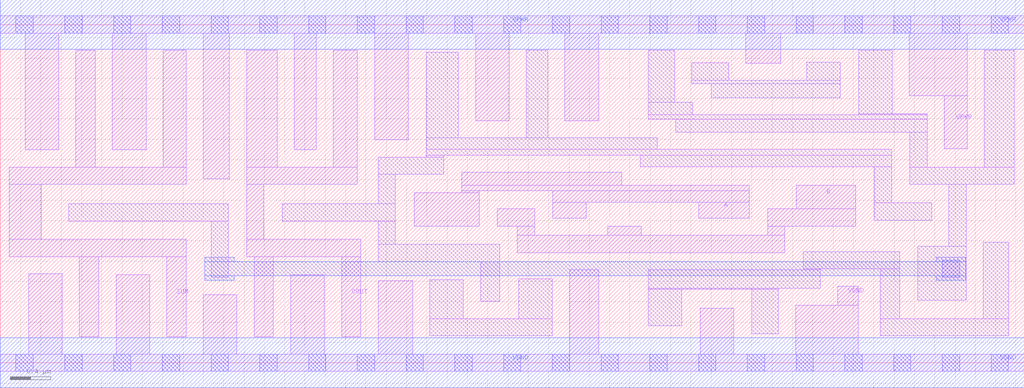
<source format=lef>
# Copyright 2020 The SkyWater PDK Authors
#
# Licensed under the Apache License, Version 2.0 (the "License");
# you may not use this file except in compliance with the License.
# You may obtain a copy of the License at
#
#     https://www.apache.org/licenses/LICENSE-2.0
#
# Unless required by applicable law or agreed to in writing, software
# distributed under the License is distributed on an "AS IS" BASIS,
# WITHOUT WARRANTIES OR CONDITIONS OF ANY KIND, either express or implied.
# See the License for the specific language governing permissions and
# limitations under the License.
#
# SPDX-License-Identifier: Apache-2.0

VERSION 5.7 ;
  NAMESCASESENSITIVE ON ;
  NOWIREEXTENSIONATPIN ON ;
  DIVIDERCHAR "/" ;
  BUSBITCHARS "[]" ;
UNITS
  DATABASE MICRONS 200 ;
END UNITS
MACRO sky130_fd_sc_lp__ha_4
  CLASS CORE ;
  SOURCE USER ;
  FOREIGN sky130_fd_sc_lp__ha_4 ;
  ORIGIN  0.000000  0.000000 ;
  SIZE  10.08000 BY  3.330000 ;
  SYMMETRY X Y R90 ;
  SITE unit ;
  PIN A
    ANTENNAGATEAREA  1.260000 ;
    DIRECTION INPUT ;
    USE SIGNAL ;
    PORT
      LAYER li1 ;
        RECT 4.075000 1.345000 4.715000 1.675000 ;
        RECT 4.545000 1.675000 4.715000 1.695000 ;
        RECT 4.545000 1.695000 7.375000 1.750000 ;
        RECT 4.545000 1.750000 6.120000 1.875000 ;
        RECT 5.440000 1.425000 5.770000 1.580000 ;
        RECT 5.440000 1.580000 7.375000 1.695000 ;
        RECT 6.875000 1.425000 7.375000 1.580000 ;
    END
  END A
  PIN B
    ANTENNAGATEAREA  1.260000 ;
    DIRECTION INPUT ;
    USE SIGNAL ;
    PORT
      LAYER li1 ;
        RECT 4.895000 1.345000 5.260000 1.515000 ;
        RECT 5.090000 1.085000 7.725000 1.255000 ;
        RECT 5.090000 1.255000 5.260000 1.345000 ;
        RECT 5.980000 1.255000 6.310000 1.345000 ;
        RECT 7.555000 1.255000 7.725000 1.345000 ;
        RECT 7.555000 1.345000 8.425000 1.515000 ;
        RECT 7.835000 1.515000 8.425000 1.750000 ;
    END
  END B
  PIN COUT
    ANTENNADIFFAREA  1.176000 ;
    DIRECTION OUTPUT ;
    USE SIGNAL ;
    PORT
      LAYER li1 ;
        RECT 2.425000 1.045000 3.550000 1.215000 ;
        RECT 2.425000 1.215000 2.595000 1.755000 ;
        RECT 2.425000 1.755000 3.515000 1.925000 ;
        RECT 2.425000 1.925000 2.725000 3.075000 ;
        RECT 2.500000 0.255000 2.690000 1.045000 ;
        RECT 3.280000 1.925000 3.515000 3.075000 ;
        RECT 3.360000 0.255000 3.550000 1.045000 ;
    END
  END COUT
  PIN SUM
    ANTENNADIFFAREA  1.176000 ;
    DIRECTION OUTPUT ;
    USE SIGNAL ;
    PORT
      LAYER li1 ;
        RECT 0.090000 1.045000 1.830000 1.215000 ;
        RECT 0.090000 1.215000 0.405000 1.755000 ;
        RECT 0.090000 1.755000 1.830000 1.925000 ;
        RECT 0.745000 1.925000 0.935000 3.075000 ;
        RECT 0.780000 0.255000 0.970000 1.045000 ;
        RECT 1.605000 1.925000 1.830000 3.075000 ;
        RECT 1.640000 0.255000 1.830000 1.045000 ;
    END
  END SUM
  PIN VGND
    DIRECTION INOUT ;
    USE GROUND ;
    PORT
      LAYER li1 ;
        RECT 0.000000 -0.085000 10.080000 0.085000 ;
        RECT 0.280000  0.085000  0.610000 0.875000 ;
        RECT 1.140000  0.085000  1.470000 0.865000 ;
        RECT 2.000000  0.085000  2.330000 0.670000 ;
        RECT 2.860000  0.085000  3.190000 0.865000 ;
        RECT 3.720000  0.085000  4.060000 0.805000 ;
        RECT 5.605000  0.085000  5.890000 0.915000 ;
        RECT 6.890000  0.085000  7.220000 0.535000 ;
        RECT 7.830000  0.085000  8.445000 0.565000 ;
        RECT 8.245000  0.565000  8.445000 0.755000 ;
      LAYER mcon ;
        RECT 0.155000 -0.085000 0.325000 0.085000 ;
        RECT 0.635000 -0.085000 0.805000 0.085000 ;
        RECT 1.115000 -0.085000 1.285000 0.085000 ;
        RECT 1.595000 -0.085000 1.765000 0.085000 ;
        RECT 2.075000 -0.085000 2.245000 0.085000 ;
        RECT 2.555000 -0.085000 2.725000 0.085000 ;
        RECT 3.035000 -0.085000 3.205000 0.085000 ;
        RECT 3.515000 -0.085000 3.685000 0.085000 ;
        RECT 3.995000 -0.085000 4.165000 0.085000 ;
        RECT 4.475000 -0.085000 4.645000 0.085000 ;
        RECT 4.955000 -0.085000 5.125000 0.085000 ;
        RECT 5.435000 -0.085000 5.605000 0.085000 ;
        RECT 5.915000 -0.085000 6.085000 0.085000 ;
        RECT 6.395000 -0.085000 6.565000 0.085000 ;
        RECT 6.875000 -0.085000 7.045000 0.085000 ;
        RECT 7.355000 -0.085000 7.525000 0.085000 ;
        RECT 7.835000 -0.085000 8.005000 0.085000 ;
        RECT 8.315000 -0.085000 8.485000 0.085000 ;
        RECT 8.795000 -0.085000 8.965000 0.085000 ;
        RECT 9.275000 -0.085000 9.445000 0.085000 ;
        RECT 9.755000 -0.085000 9.925000 0.085000 ;
      LAYER met1 ;
        RECT 0.000000 -0.245000 10.080000 0.245000 ;
    END
  END VGND
  PIN VPWR
    DIRECTION INOUT ;
    USE POWER ;
    PORT
      LAYER li1 ;
        RECT 0.000000 3.245000 10.080000 3.415000 ;
        RECT 0.245000 2.095000  0.575000 3.245000 ;
        RECT 1.105000 2.095000  1.435000 3.245000 ;
        RECT 2.000000 1.810000  2.255000 3.245000 ;
        RECT 2.895000 2.095000  3.110000 3.245000 ;
        RECT 3.685000 2.195000  4.015000 3.245000 ;
        RECT 4.680000 2.385000  5.010000 3.245000 ;
        RECT 5.560000 2.385000  5.890000 3.245000 ;
        RECT 7.340000 2.950000  7.685000 3.245000 ;
        RECT 8.950000 2.630000  9.520000 3.245000 ;
        RECT 9.295000 2.105000  9.520000 2.630000 ;
      LAYER mcon ;
        RECT 0.155000 3.245000 0.325000 3.415000 ;
        RECT 0.635000 3.245000 0.805000 3.415000 ;
        RECT 1.115000 3.245000 1.285000 3.415000 ;
        RECT 1.595000 3.245000 1.765000 3.415000 ;
        RECT 2.075000 3.245000 2.245000 3.415000 ;
        RECT 2.555000 3.245000 2.725000 3.415000 ;
        RECT 3.035000 3.245000 3.205000 3.415000 ;
        RECT 3.515000 3.245000 3.685000 3.415000 ;
        RECT 3.995000 3.245000 4.165000 3.415000 ;
        RECT 4.475000 3.245000 4.645000 3.415000 ;
        RECT 4.955000 3.245000 5.125000 3.415000 ;
        RECT 5.435000 3.245000 5.605000 3.415000 ;
        RECT 5.915000 3.245000 6.085000 3.415000 ;
        RECT 6.395000 3.245000 6.565000 3.415000 ;
        RECT 6.875000 3.245000 7.045000 3.415000 ;
        RECT 7.355000 3.245000 7.525000 3.415000 ;
        RECT 7.835000 3.245000 8.005000 3.415000 ;
        RECT 8.315000 3.245000 8.485000 3.415000 ;
        RECT 8.795000 3.245000 8.965000 3.415000 ;
        RECT 9.275000 3.245000 9.445000 3.415000 ;
        RECT 9.755000 3.245000 9.925000 3.415000 ;
      LAYER met1 ;
        RECT 0.000000 3.085000 10.080000 3.575000 ;
    END
  END VPWR
  OBS
    LAYER li1 ;
      RECT 0.675000 1.395000 2.245000 1.565000 ;
      RECT 2.075000 0.840000 2.245000 1.395000 ;
      RECT 2.775000 1.395000 3.890000 1.565000 ;
      RECT 3.720000 0.995000 4.920000 1.165000 ;
      RECT 3.720000 1.165000 3.890000 1.395000 ;
      RECT 3.720000 1.565000 3.890000 1.855000 ;
      RECT 3.720000 1.855000 4.365000 2.025000 ;
      RECT 4.195000 2.025000 4.365000 2.045000 ;
      RECT 4.195000 2.045000 8.775000 2.100000 ;
      RECT 4.195000 2.100000 6.470000 2.215000 ;
      RECT 4.195000 2.215000 4.510000 3.055000 ;
      RECT 4.230000 0.265000 5.435000 0.435000 ;
      RECT 4.230000 0.435000 4.560000 0.815000 ;
      RECT 4.730000 0.605000 4.920000 0.995000 ;
      RECT 5.105000 0.435000 5.435000 0.825000 ;
      RECT 5.180000 2.215000 5.390000 3.075000 ;
      RECT 6.300000 1.930000 8.775000 2.045000 ;
      RECT 6.380000 0.365000 6.710000 0.725000 ;
      RECT 6.380000 0.725000 7.660000 0.735000 ;
      RECT 6.380000 0.735000 8.075000 0.915000 ;
      RECT 6.380000 2.395000 9.125000 2.440000 ;
      RECT 6.380000 2.440000 6.820000 2.565000 ;
      RECT 6.380000 2.565000 6.640000 3.075000 ;
      RECT 6.650000 2.270000 9.125000 2.395000 ;
      RECT 6.810000 2.745000 8.270000 2.780000 ;
      RECT 6.810000 2.780000 7.170000 2.955000 ;
      RECT 7.000000 2.610000 8.270000 2.745000 ;
      RECT 7.400000 0.285000 7.660000 0.725000 ;
      RECT 7.905000 0.915000 8.075000 0.925000 ;
      RECT 7.905000 0.925000 8.855000 1.095000 ;
      RECT 7.940000 2.780000 8.270000 2.960000 ;
      RECT 8.450000 2.440000 9.125000 2.450000 ;
      RECT 8.450000 2.450000 8.780000 3.075000 ;
      RECT 8.605000 1.405000 9.170000 1.575000 ;
      RECT 8.605000 1.575000 8.775000 1.930000 ;
      RECT 8.665000 0.265000 9.930000 0.435000 ;
      RECT 8.665000 0.435000 8.855000 0.925000 ;
      RECT 8.955000 1.755000 9.985000 1.925000 ;
      RECT 8.955000 1.925000 9.125000 2.270000 ;
      RECT 9.035000 0.615000 9.510000 1.145000 ;
      RECT 9.340000 1.145000 9.510000 1.755000 ;
      RECT 9.680000 0.435000 9.930000 1.185000 ;
      RECT 9.690000 1.925000 9.985000 3.075000 ;
    LAYER mcon ;
      RECT 9.275000 0.840000 9.445000 1.010000 ;
    LAYER met1 ;
      RECT 2.015000 0.810000 2.305000 0.855000 ;
      RECT 2.015000 0.855000 9.505000 0.995000 ;
      RECT 2.015000 0.995000 2.305000 1.040000 ;
      RECT 9.215000 0.810000 9.505000 0.855000 ;
      RECT 9.215000 0.995000 9.505000 1.040000 ;
  END
END sky130_fd_sc_lp__ha_4

</source>
